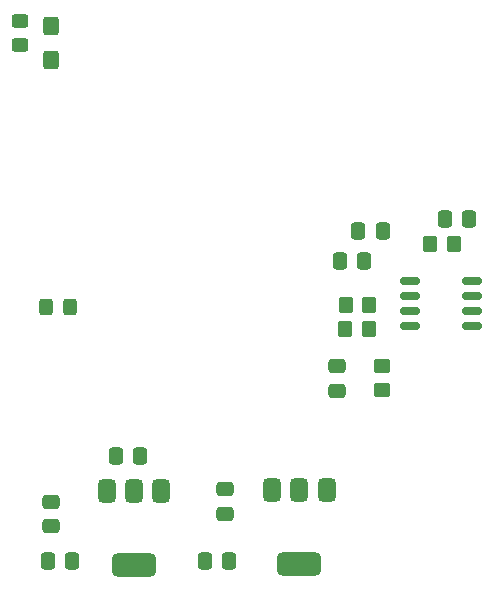
<source format=gbr>
%TF.GenerationSoftware,KiCad,Pcbnew,8.0.4*%
%TF.CreationDate,2024-08-25T20:25:00-07:00*%
%TF.ProjectId,Croissant_Offset,43726f69-7373-4616-9e74-5f4f66667365,rev?*%
%TF.SameCoordinates,Original*%
%TF.FileFunction,Paste,Top*%
%TF.FilePolarity,Positive*%
%FSLAX46Y46*%
G04 Gerber Fmt 4.6, Leading zero omitted, Abs format (unit mm)*
G04 Created by KiCad (PCBNEW 8.0.4) date 2024-08-25 20:25:00*
%MOMM*%
%LPD*%
G01*
G04 APERTURE LIST*
G04 Aperture macros list*
%AMRoundRect*
0 Rectangle with rounded corners*
0 $1 Rounding radius*
0 $2 $3 $4 $5 $6 $7 $8 $9 X,Y pos of 4 corners*
0 Add a 4 corners polygon primitive as box body*
4,1,4,$2,$3,$4,$5,$6,$7,$8,$9,$2,$3,0*
0 Add four circle primitives for the rounded corners*
1,1,$1+$1,$2,$3*
1,1,$1+$1,$4,$5*
1,1,$1+$1,$6,$7*
1,1,$1+$1,$8,$9*
0 Add four rect primitives between the rounded corners*
20,1,$1+$1,$2,$3,$4,$5,0*
20,1,$1+$1,$4,$5,$6,$7,0*
20,1,$1+$1,$6,$7,$8,$9,0*
20,1,$1+$1,$8,$9,$2,$3,0*%
G04 Aperture macros list end*
%ADD10RoundRect,0.250000X-0.337500X-0.475000X0.337500X-0.475000X0.337500X0.475000X-0.337500X0.475000X0*%
%ADD11RoundRect,0.250000X0.337500X0.475000X-0.337500X0.475000X-0.337500X-0.475000X0.337500X-0.475000X0*%
%ADD12RoundRect,0.250000X0.350000X0.450000X-0.350000X0.450000X-0.350000X-0.450000X0.350000X-0.450000X0*%
%ADD13RoundRect,0.250000X-0.350000X-0.450000X0.350000X-0.450000X0.350000X0.450000X-0.350000X0.450000X0*%
%ADD14RoundRect,0.250000X0.475000X-0.337500X0.475000X0.337500X-0.475000X0.337500X-0.475000X-0.337500X0*%
%ADD15RoundRect,0.250000X-0.325000X-0.450000X0.325000X-0.450000X0.325000X0.450000X-0.325000X0.450000X0*%
%ADD16RoundRect,0.250000X-0.425000X0.537500X-0.425000X-0.537500X0.425000X-0.537500X0.425000X0.537500X0*%
%ADD17RoundRect,0.375000X-0.375000X0.625000X-0.375000X-0.625000X0.375000X-0.625000X0.375000X0.625000X0*%
%ADD18RoundRect,0.500000X-1.400000X0.500000X-1.400000X-0.500000X1.400000X-0.500000X1.400000X0.500000X0*%
%ADD19RoundRect,0.250000X-0.475000X0.337500X-0.475000X-0.337500X0.475000X-0.337500X0.475000X0.337500X0*%
%ADD20RoundRect,0.250000X-0.450000X0.350000X-0.450000X-0.350000X0.450000X-0.350000X0.450000X0.350000X0*%
%ADD21RoundRect,0.150000X-0.675000X-0.150000X0.675000X-0.150000X0.675000X0.150000X-0.675000X0.150000X0*%
%ADD22RoundRect,0.250000X0.450000X-0.325000X0.450000X0.325000X-0.450000X0.325000X-0.450000X-0.325000X0*%
G04 APERTURE END LIST*
D10*
%TO.C,C10*%
X77966275Y-66040000D03*
X80041275Y-66040000D03*
%TD*%
D11*
%TO.C,C5*%
X59518449Y-85100156D03*
X57443449Y-85100156D03*
%TD*%
D12*
%TO.C,R6*%
X78908606Y-72278105D03*
X76908606Y-72278105D03*
%TD*%
D11*
%TO.C,C14*%
X87397500Y-65000000D03*
X85322500Y-65000000D03*
%TD*%
D12*
%TO.C,R5*%
X78895578Y-74299061D03*
X76895578Y-74299061D03*
%TD*%
D13*
%TO.C,R4*%
X84067497Y-67121656D03*
X86067497Y-67121656D03*
%TD*%
D14*
%TO.C,C12*%
X76200000Y-79545000D03*
X76200000Y-77470000D03*
%TD*%
D11*
%TO.C,C9*%
X53772843Y-93968688D03*
X51697843Y-93968688D03*
%TD*%
D15*
%TO.C,D1*%
X51519020Y-72460861D03*
X53569020Y-72460861D03*
%TD*%
D16*
%TO.C,C3*%
X51995534Y-48684028D03*
X51995534Y-51559028D03*
%TD*%
D17*
%TO.C,U3*%
X61306548Y-88028448D03*
X59006548Y-88028448D03*
D18*
X59006548Y-94328448D03*
D17*
X56706548Y-88028448D03*
%TD*%
D19*
%TO.C,C7*%
X52000000Y-88962500D03*
X52000000Y-91037500D03*
%TD*%
D20*
%TO.C,R7*%
X80010000Y-77470000D03*
X80010000Y-79470000D03*
%TD*%
D17*
%TO.C,U4*%
X75300000Y-87964264D03*
X73000000Y-87964264D03*
D18*
X73000000Y-94264264D03*
D17*
X70700000Y-87964264D03*
%TD*%
D19*
%TO.C,C6*%
X66706548Y-87925000D03*
X66706548Y-90000000D03*
%TD*%
D10*
%TO.C,C8*%
X64962500Y-94000000D03*
X67037500Y-94000000D03*
%TD*%
D21*
%TO.C,U5*%
X82380000Y-70257280D03*
X82380000Y-71527280D03*
X82380000Y-72797280D03*
X82380000Y-74067280D03*
X87630000Y-74067280D03*
X87630000Y-72797280D03*
X87630000Y-71527280D03*
X87630000Y-70257280D03*
%TD*%
D10*
%TO.C,C11*%
X76432500Y-68580000D03*
X78507500Y-68580000D03*
%TD*%
D22*
%TO.C,D4*%
X49342599Y-50298883D03*
X49342599Y-48248883D03*
%TD*%
M02*

</source>
